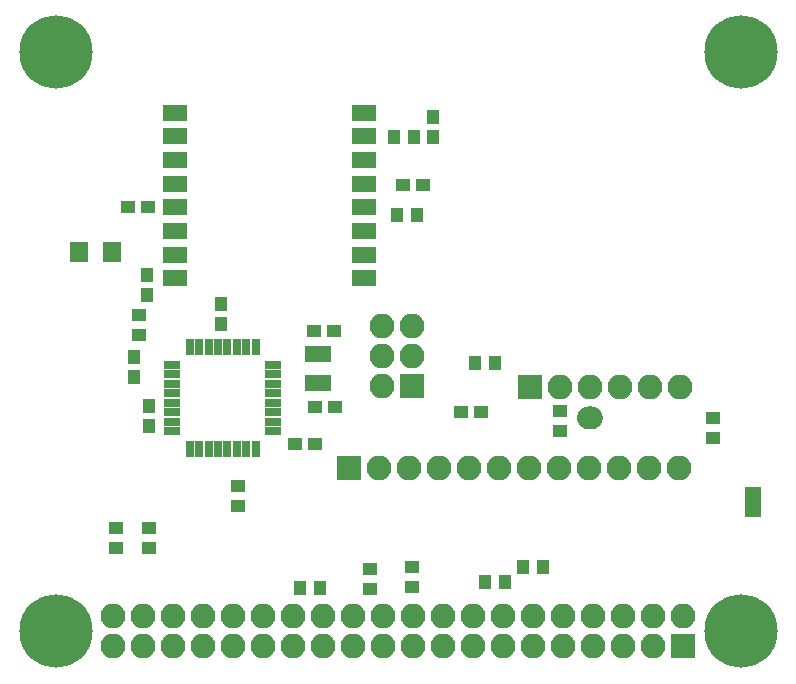
<source format=gbr>
G04 #@! TF.GenerationSoftware,KiCad,Pcbnew,(5.0.0)*
G04 #@! TF.CreationDate,2018-11-21T11:56:39+01:00*
G04 #@! TF.ProjectId,RRAT,525241542E6B696361645F7063620000,rev?*
G04 #@! TF.SameCoordinates,Original*
G04 #@! TF.FileFunction,Soldermask,Top*
G04 #@! TF.FilePolarity,Negative*
%FSLAX46Y46*%
G04 Gerber Fmt 4.6, Leading zero omitted, Abs format (unit mm)*
G04 Created by KiCad (PCBNEW (5.0.0)) date 11/21/18 11:56:39*
%MOMM*%
%LPD*%
G01*
G04 APERTURE LIST*
%ADD10C,0.150000*%
%ADD11C,6.200000*%
%ADD12R,1.101600X1.201600*%
%ADD13R,1.501600X1.701600*%
%ADD14R,0.660400X1.371600*%
%ADD15R,1.371600X0.660400*%
%ADD16R,1.371600X2.641600*%
%ADD17R,2.100000X2.100000*%
%ADD18O,2.100000X2.100000*%
%ADD19R,1.201600X1.101600*%
%ADD20R,2.101600X1.401600*%
%ADD21R,2.200000X1.400000*%
%ADD22C,0.800000*%
%ADD23C,0.100000*%
G04 APERTURE END LIST*
D10*
G04 #@! TO.C,JP1*
X160677878Y-109997774D02*
X160931878Y-109997774D01*
X160677878Y-108219774D02*
X160931878Y-108219774D01*
X160804878Y-109997774D02*
X160804878Y-108219774D01*
X161693878Y-109426274D02*
X161693878Y-108727774D01*
X161439878Y-108410274D02*
X161439878Y-109807274D01*
X161312878Y-109870774D02*
X161312878Y-108346774D01*
X161185878Y-108283274D02*
X161185878Y-109934274D01*
X161058878Y-109934274D02*
X161058878Y-108283274D01*
X160931878Y-108219774D02*
X160931878Y-109997774D01*
X160931878Y-109997774D02*
G75*
G03X161820878Y-109108774I0J889000D01*
G01*
X161820878Y-109108774D02*
G75*
G03X160931878Y-108219774I-889000J0D01*
G01*
X159915878Y-108727774D02*
X159915878Y-109489774D01*
X160169878Y-109807274D02*
X160169878Y-108410274D01*
X160296878Y-108346774D02*
X160296878Y-109870774D01*
X160423878Y-109934274D02*
X160423878Y-108283274D01*
X160550878Y-108283274D02*
X160550878Y-109934274D01*
X160677878Y-108219774D02*
X160677878Y-109997774D01*
X159788878Y-109108774D02*
G75*
G03X160677878Y-109997774I889000J0D01*
G01*
X160677878Y-108219774D02*
G75*
G03X159788878Y-109108774I0J-889000D01*
G01*
G04 #@! TD*
D11*
G04 #@! TO.C,*
X173563598Y-127161634D03*
G04 #@! TD*
G04 #@! TO.C,*
X173563598Y-78161634D03*
G04 #@! TD*
G04 #@! TO.C,*
X115563598Y-78161634D03*
G04 #@! TD*
G04 #@! TO.C,*
X115563598Y-127161634D03*
G04 #@! TD*
D12*
G04 #@! TO.C,R15*
X136238898Y-123508034D03*
X137938898Y-123508034D03*
G04 #@! TD*
D13*
G04 #@! TO.C,C6*
X117565998Y-95072734D03*
X120365998Y-95072734D03*
G04 #@! TD*
D14*
G04 #@! TO.C,IC1*
X132518998Y-111717134D03*
X131718998Y-111717134D03*
X130918998Y-111717134D03*
X130118998Y-111717134D03*
X129318998Y-111717134D03*
X128518998Y-111717134D03*
X127718998Y-111717134D03*
X126918998Y-111717134D03*
D15*
X125426398Y-110224534D03*
X125426398Y-109424534D03*
X125426398Y-108624534D03*
X125426398Y-107824534D03*
X125426398Y-107024534D03*
X125426398Y-106224534D03*
X125426398Y-105424534D03*
X125426398Y-104624534D03*
D14*
X126918998Y-103131934D03*
X127718998Y-103131934D03*
X128518998Y-103131934D03*
X129318998Y-103131934D03*
X130118998Y-103131934D03*
X130918998Y-103131934D03*
X131718998Y-103131934D03*
X132518998Y-103131934D03*
D15*
X134011598Y-104624534D03*
X134011598Y-105424534D03*
X134011598Y-106224534D03*
X134011598Y-107024534D03*
X134011598Y-107824534D03*
X134011598Y-108624534D03*
X134011598Y-109424534D03*
X134011598Y-110224534D03*
G04 #@! TD*
D16*
G04 #@! TO.C,ANT1*
X174617398Y-116232534D03*
G04 #@! TD*
D17*
G04 #@! TO.C,J3*
X168693598Y-128431634D03*
D18*
X168693598Y-125891634D03*
X166153598Y-128431634D03*
X166153598Y-125891634D03*
X163613598Y-128431634D03*
X163613598Y-125891634D03*
X161073598Y-128431634D03*
X161073598Y-125891634D03*
X158533598Y-128431634D03*
X158533598Y-125891634D03*
X155993598Y-128431634D03*
X155993598Y-125891634D03*
X153453598Y-128431634D03*
X153453598Y-125891634D03*
X150913598Y-128431634D03*
X150913598Y-125891634D03*
X148373598Y-128431634D03*
X148373598Y-125891634D03*
X145833598Y-128431634D03*
X145833598Y-125891634D03*
X143293598Y-128431634D03*
X143293598Y-125891634D03*
X140753598Y-128431634D03*
X140753598Y-125891634D03*
X138213598Y-128431634D03*
X138213598Y-125891634D03*
X135673598Y-128431634D03*
X135673598Y-125891634D03*
X133133598Y-128431634D03*
X133133598Y-125891634D03*
X130593598Y-128431634D03*
X130593598Y-125891634D03*
X128053598Y-128431634D03*
X128053598Y-125891634D03*
X125513598Y-128431634D03*
X125513598Y-125891634D03*
X122973598Y-128431634D03*
X122973598Y-125891634D03*
X120433598Y-128431634D03*
X120433598Y-125891634D03*
G04 #@! TD*
G04 #@! TO.C,J1*
X168440118Y-106462094D03*
X165900118Y-106462094D03*
X163360118Y-106462094D03*
X160820118Y-106462094D03*
X158280118Y-106462094D03*
D17*
X155740118Y-106462094D03*
G04 #@! TD*
D18*
G04 #@! TO.C,J2*
X143197598Y-101295734D03*
X145737598Y-101295734D03*
X143197598Y-103835734D03*
X145737598Y-103835734D03*
X143197598Y-106375734D03*
D17*
X145737598Y-106375734D03*
G04 #@! TD*
D12*
G04 #@! TO.C,R4*
X144491358Y-91892654D03*
X146191358Y-91892654D03*
G04 #@! TD*
D19*
G04 #@! TO.C,R5*
X131005598Y-114853134D03*
X131005598Y-116553134D03*
G04 #@! TD*
D20*
G04 #@! TO.C,U1*
X141692398Y-83286434D03*
X141692398Y-85286434D03*
X141692398Y-87286434D03*
X141692398Y-89286434D03*
X141692398Y-91286434D03*
X141692398Y-93286434D03*
X141692398Y-95286434D03*
X141692398Y-97286434D03*
X125692398Y-97286434D03*
X125692398Y-95286434D03*
X125692398Y-93286434D03*
X125692398Y-91286434D03*
X125692398Y-89286434D03*
X125692398Y-87286434D03*
X125692398Y-85286434D03*
X125692398Y-83286434D03*
G04 #@! TD*
D18*
G04 #@! TO.C,J4*
X168388798Y-113349634D03*
X165848798Y-113349634D03*
X163308798Y-113349634D03*
X160768798Y-113349634D03*
X158228798Y-113349634D03*
X155688798Y-113349634D03*
X153148798Y-113349634D03*
X150608798Y-113349634D03*
X148068798Y-113349634D03*
X145528798Y-113349634D03*
X142988798Y-113349634D03*
D17*
X140448798Y-113349634D03*
G04 #@! TD*
D19*
G04 #@! TO.C,C2*
X135794398Y-111303334D03*
X137494398Y-111303334D03*
G04 #@! TD*
D12*
G04 #@! TO.C,C3*
X122166398Y-103931134D03*
X122166398Y-105631134D03*
G04 #@! TD*
D21*
G04 #@! TO.C,Q1*
X137782318Y-106162694D03*
X137782318Y-103662694D03*
G04 #@! TD*
D19*
G04 #@! TO.C,C5*
X123371998Y-91262734D03*
X121671998Y-91262734D03*
G04 #@! TD*
D12*
G04 #@! TO.C,C4*
X123512598Y-108065734D03*
X123512598Y-109765734D03*
G04 #@! TD*
D19*
G04 #@! TO.C,C1*
X149886318Y-108621094D03*
X151586318Y-108621094D03*
G04 #@! TD*
D12*
G04 #@! TO.C,C7*
X129583198Y-99460734D03*
X129583198Y-101160734D03*
G04 #@! TD*
G04 #@! TO.C,C8*
X123334798Y-98671534D03*
X123334798Y-96971534D03*
G04 #@! TD*
D19*
G04 #@! TO.C,C9*
X144938398Y-89408534D03*
X146638398Y-89408534D03*
G04 #@! TD*
D12*
G04 #@! TO.C,C10*
X147520678Y-83605534D03*
X147520678Y-85305534D03*
G04 #@! TD*
G04 #@! TO.C,R1*
X151059798Y-104496134D03*
X152759798Y-104496134D03*
G04 #@! TD*
D19*
G04 #@! TO.C,R2*
X171244278Y-109142694D03*
X171244278Y-110842694D03*
G04 #@! TD*
G04 #@! TO.C,C11*
X137419998Y-101773254D03*
X139119998Y-101773254D03*
G04 #@! TD*
G04 #@! TO.C,C12*
X137526678Y-108224854D03*
X139226678Y-108224854D03*
G04 #@! TD*
D12*
G04 #@! TO.C,R9*
X144208518Y-85288654D03*
X145908518Y-85288654D03*
G04 #@! TD*
G04 #@! TO.C,R10*
X151897998Y-123012734D03*
X153597998Y-123012734D03*
G04 #@! TD*
G04 #@! TO.C,R12*
X155149198Y-121730034D03*
X156849198Y-121730034D03*
G04 #@! TD*
D19*
G04 #@! TO.C,R13*
X145737598Y-121756334D03*
X145737598Y-123456334D03*
G04 #@! TD*
G04 #@! TO.C,R14*
X142168898Y-121870634D03*
X142168898Y-123570634D03*
G04 #@! TD*
G04 #@! TO.C,R16*
X123499898Y-120103534D03*
X123499898Y-118403534D03*
G04 #@! TD*
G04 #@! TO.C,R17*
X120718598Y-120103534D03*
X120718598Y-118403534D03*
G04 #@! TD*
G04 #@! TO.C,R18*
X122623598Y-100433034D03*
X122623598Y-102133034D03*
G04 #@! TD*
D22*
G04 #@! TO.C,JP1*
X160304878Y-109108774D03*
D23*
G36*
X160704878Y-108440728D02*
X160704878Y-109776820D01*
X159904878Y-109643486D01*
X159904878Y-108574062D01*
X160704878Y-108440728D01*
X160704878Y-108440728D01*
G37*
D22*
X161304878Y-109108774D03*
D23*
G36*
X160904878Y-109776820D02*
X160904878Y-108440728D01*
X161704878Y-108574062D01*
X161704878Y-109643486D01*
X160904878Y-109776820D01*
X160904878Y-109776820D01*
G37*
G04 #@! TD*
D19*
G04 #@! TO.C,R3*
X158285198Y-108497534D03*
X158285198Y-110197534D03*
G04 #@! TD*
M02*

</source>
